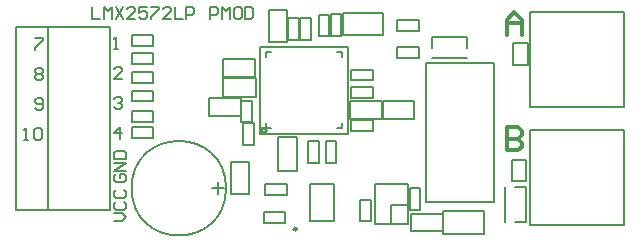
<source format=gto>
G04*
G04 #@! TF.GenerationSoftware,Altium Limited,Altium Designer,21.9.2 (33)*
G04*
G04 Layer_Color=65535*
%FSAX44Y44*%
%MOMM*%
G71*
G04*
G04 #@! TF.SameCoordinates,37C0D4A5-8E60-4C82-868F-7AA08B848B10*
G04*
G04*
G04 #@! TF.FilePolarity,Positive*
G04*
G01*
G75*
%ADD10C,0.2500*%
%ADD11C,0.1270*%
%ADD12C,0.2000*%
%ADD13C,0.1500*%
%ADD14C,0.3000*%
D10*
X00212000Y-00010000D02*
G03*
X00212000Y-00010000I-00002000J00000000D01*
G01*
X00237750Y-00093500D02*
G03*
X00237750Y-00093500I-00001250J00000000D01*
G01*
D11*
X00178000Y-00059000D02*
G03*
X00178000Y-00059000I-00040000J00000000D01*
G01*
X00166000Y-00058502D02*
X00175997D01*
X00170998Y-00053504D02*
Y-00063501D01*
D12*
X00347000Y-00021000D02*
Y00047000D01*
X00405000D01*
Y-00071000D02*
Y00047000D01*
X00347000Y-00071000D02*
X00405000D01*
X00347000D02*
Y-00021000D01*
X00435000Y00010000D02*
X00515000D01*
Y00027500D01*
Y00090000D01*
X00507500D02*
X00515000D01*
X00435000D02*
X00507500D01*
X00435000Y00010000D02*
Y00090000D01*
Y-00090000D02*
Y-00010000D01*
X00507500D01*
X00515000D01*
Y-00072500D02*
Y-00010000D01*
Y-00090000D02*
Y-00072500D01*
X00435000Y-00090000D02*
X00515000D01*
X00212000Y-00008000D02*
X00216250D01*
X00212000D02*
Y-00003750D01*
Y00051750D02*
Y00056000D01*
X00216250D01*
X00271750D02*
X00276000D01*
Y00051750D02*
Y00056000D01*
X00271750Y-00008000D02*
X00276000D01*
Y-00003750D01*
X00266000Y00061000D02*
X00281000D01*
X00207000D02*
X00266000D01*
X00207000Y00051000D02*
Y00061000D01*
Y-00013000D02*
Y00051000D01*
Y-00013000D02*
X00256000D01*
X00281000D01*
Y00061000D01*
X00269000Y-00087000D02*
Y-00055000D01*
X00249000Y-00087000D02*
Y-00055000D01*
Y-00087000D02*
X00269000D01*
X00249000Y-00055000D02*
X00269000D01*
X00433250Y00045500D02*
Y00064000D01*
X00420750D02*
X00433250D01*
X00420750Y00045500D02*
Y00064000D01*
Y00045500D02*
X00433250D01*
X00423000Y-00088000D02*
X00432000D01*
Y-00058000D01*
X00423000D02*
X00432000D01*
X00414000Y-00088000D02*
Y-00058000D01*
X00382000Y00060000D02*
Y00069000D01*
X00352000D02*
X00382000D01*
X00352000Y00060000D02*
Y00069000D01*
Y00051000D02*
X00382000D01*
X00432250Y-00053250D02*
Y-00034750D01*
X00419750D02*
X00432250D01*
X00419750Y-00053250D02*
Y-00034750D01*
Y-00053250D02*
X00432250D01*
X00000520Y00077700D02*
X00027420D01*
X00000520Y-00077700D02*
Y00077700D01*
Y-00077700D02*
X00027420D01*
Y00077700D01*
X00080010D01*
Y-00077700D02*
Y00077700D01*
X00027420Y-00077700D02*
X00080010D01*
X00089485Y00033480D02*
X00082820D01*
X00089485Y00040145D01*
Y00041811D01*
X00087818Y00043477D01*
X00084486D01*
X00082820Y00041811D01*
X00007080Y-00018320D02*
X00010412D01*
X00008746D01*
Y-00008323D01*
X00007080Y-00009989D01*
X00015411D02*
X00017077Y-00008323D01*
X00020409D01*
X00022075Y-00009989D01*
Y-00016654D01*
X00020409Y-00018320D01*
X00017077D01*
X00015411Y-00016654D01*
Y-00009989D01*
X00082820Y00016411D02*
X00084486Y00018077D01*
X00087818D01*
X00089485Y00016411D01*
Y00014744D01*
X00087818Y00013078D01*
X00086152D01*
X00087818D01*
X00089485Y00011412D01*
Y00009746D01*
X00087818Y00008080D01*
X00084486D01*
X00082820Y00009746D01*
X00083003Y-00087000D02*
X00089668D01*
X00093000Y-00083668D01*
X00089668Y-00080336D01*
X00083003D01*
X00084669Y-00070339D02*
X00083003Y-00072005D01*
Y-00075337D01*
X00084669Y-00077003D01*
X00091334D01*
X00093000Y-00075337D01*
Y-00072005D01*
X00091334Y-00070339D01*
X00084669Y-00060342D02*
X00083003Y-00062008D01*
Y-00065340D01*
X00084669Y-00067006D01*
X00091334D01*
X00093000Y-00065340D01*
Y-00062008D01*
X00091334Y-00060342D01*
X00064500Y00094497D02*
Y00084500D01*
X00071164D01*
X00074497D02*
Y00094497D01*
X00077829Y00091165D01*
X00081161Y00094497D01*
Y00084500D01*
X00084494Y00094497D02*
X00091158Y00084500D01*
Y00094497D02*
X00084494Y00084500D01*
X00101155D02*
X00094490D01*
X00101155Y00091165D01*
Y00092831D01*
X00099489Y00094497D01*
X00096157D01*
X00094490Y00092831D01*
X00111152Y00094497D02*
X00104487D01*
Y00089498D01*
X00107819Y00091165D01*
X00109486D01*
X00111152Y00089498D01*
Y00086166D01*
X00109486Y00084500D01*
X00106153D01*
X00104487Y00086166D01*
X00114484Y00094497D02*
X00121148D01*
Y00092831D01*
X00114484Y00086166D01*
Y00084500D01*
X00131145D02*
X00124481D01*
X00131145Y00091165D01*
Y00092831D01*
X00129479Y00094497D01*
X00126147D01*
X00124481Y00092831D01*
X00134478Y00094497D02*
Y00084500D01*
X00141142D01*
X00144474D02*
Y00094497D01*
X00149473D01*
X00151139Y00092831D01*
Y00089498D01*
X00149473Y00087832D01*
X00144474D01*
X00164468Y00084500D02*
Y00094497D01*
X00169466D01*
X00171132Y00092831D01*
Y00089498D01*
X00169466Y00087832D01*
X00164468D01*
X00174465Y00084500D02*
Y00094497D01*
X00177797Y00091165D01*
X00181129Y00094497D01*
Y00084500D01*
X00189460Y00094497D02*
X00186127D01*
X00184461Y00092831D01*
Y00086166D01*
X00186127Y00084500D01*
X00189460D01*
X00191126Y00086166D01*
Y00092831D01*
X00189460Y00094497D01*
X00194458D02*
Y00084500D01*
X00199457D01*
X00201123Y00086166D01*
Y00092831D01*
X00199457Y00094497D01*
X00194458D01*
X00087818Y-00017320D02*
Y-00007323D01*
X00082820Y-00012322D01*
X00089485D01*
X00015970Y00008746D02*
X00017636Y00007080D01*
X00020968D01*
X00022634Y00008746D01*
Y00015411D01*
X00020968Y00017077D01*
X00017636D01*
X00015970Y00015411D01*
Y00013744D01*
X00017636Y00012078D01*
X00022634D01*
X00082820Y00058880D02*
X00086152D01*
X00084486D01*
Y00068877D01*
X00082820Y00067211D01*
X00084669Y-00047336D02*
X00083003Y-00049002D01*
Y-00052334D01*
X00084669Y-00054000D01*
X00091334D01*
X00093000Y-00052334D01*
Y-00049002D01*
X00091334Y-00047336D01*
X00088002D01*
Y-00050668D01*
X00093000Y-00044003D02*
X00083003D01*
X00093000Y-00037339D01*
X00083003D01*
Y-00034006D02*
X00093000D01*
Y-00029008D01*
X00091334Y-00027342D01*
X00084669D01*
X00083003Y-00029008D01*
Y-00034006D01*
X00015970Y00040811D02*
X00017636Y00042477D01*
X00020968D01*
X00022634Y00040811D01*
Y00039144D01*
X00020968Y00037478D01*
X00022634Y00035812D01*
Y00034146D01*
X00020968Y00032480D01*
X00017636D01*
X00015970Y00034146D01*
Y00035812D01*
X00017636Y00037478D01*
X00015970Y00039144D01*
Y00040811D01*
X00017636Y00037478D02*
X00020968D01*
X00015970Y00067877D02*
X00022634D01*
Y00066211D01*
X00015970Y00059546D01*
Y00057880D01*
D13*
X00175500Y00035500D02*
Y00050500D01*
X00202500Y00035500D02*
Y00050500D01*
X00175500D02*
X00202500D01*
X00175500Y00035500D02*
X00202500D01*
X00214500Y00091500D02*
X00229500D01*
X00214500Y00064500D02*
X00229500D01*
Y00091500D01*
X00214500Y00064500D02*
Y00091500D01*
X00163500Y00002500D02*
Y00017500D01*
X00190500Y00002500D02*
Y00017500D01*
X00163500D02*
X00190500D01*
X00163500Y00002500D02*
X00190500D01*
X00334500Y-00095500D02*
Y-00080500D01*
X00361500Y-00095500D02*
Y-00080500D01*
X00334500D02*
X00361500D01*
X00334500Y-00095500D02*
X00361500D01*
X00098000Y00006500D02*
X00116000D01*
X00098000Y-00002500D02*
X00116000D01*
X00098000D02*
Y00006500D01*
X00116000Y-00002500D02*
Y00006500D01*
X00098000Y-00016500D02*
X00116000D01*
X00098000Y-00007500D02*
X00116000D01*
Y-00016500D02*
Y-00007500D01*
X00098000Y-00016500D02*
Y-00007500D01*
X00098000Y00023500D02*
X00116000D01*
X00098000Y00014500D02*
X00116000D01*
X00098000D02*
Y00023500D01*
X00116000Y00014500D02*
Y00023500D01*
X00098000Y00030500D02*
X00116000D01*
X00098000Y00039500D02*
X00116000D01*
Y00030500D02*
Y00039500D01*
X00098000Y00030500D02*
Y00039500D01*
X00098000Y00055500D02*
X00116000D01*
X00098000Y00046500D02*
X00116000D01*
X00098000D02*
Y00055500D01*
X00116000Y00046500D02*
Y00055500D01*
X00098000Y00061500D02*
X00116000D01*
X00098000Y00070500D02*
X00116000D01*
Y00061500D02*
Y00070500D01*
X00098000Y00061500D02*
Y00070500D01*
X00291500Y-00087000D02*
Y-00069000D01*
X00300500Y-00087000D02*
Y-00069000D01*
X00291500Y-00087000D02*
X00300500D01*
X00291500Y-00069000D02*
X00300500D01*
X00210750Y-00055500D02*
X00229250D01*
X00210750Y-00064500D02*
X00229250D01*
X00210750D02*
Y-00055500D01*
X00229250Y-00064500D02*
Y-00055500D01*
X00322750Y00051500D02*
X00341250D01*
X00322750Y00060500D02*
X00341250D01*
Y00051500D02*
Y00060500D01*
X00322750Y00051500D02*
Y00060500D01*
X00209750Y-00079500D02*
X00228250D01*
X00209750Y-00088500D02*
X00228250D01*
X00209750D02*
Y-00079500D01*
X00228250Y-00088500D02*
Y-00079500D01*
X00322750Y00074500D02*
X00341250D01*
X00322750Y00083500D02*
X00341250D01*
Y00074500D02*
Y00083500D01*
X00322750Y00074500D02*
Y00083500D01*
X00284000Y00032500D02*
X00302000D01*
X00284000Y00041500D02*
X00302000D01*
Y00032500D02*
Y00041500D01*
X00284000Y00032500D02*
Y00041500D01*
X00265500Y00070000D02*
Y00088000D01*
X00256500Y00070000D02*
Y00088000D01*
X00265500D01*
X00256500Y00070000D02*
X00265500D01*
X00362000Y-00097500D02*
Y-00078500D01*
X00396000Y-00097500D02*
Y-00078500D01*
X00362000D02*
X00396000D01*
X00362000Y-00097500D02*
X00396000D01*
X00318000Y-00073000D02*
X00332000D01*
X00318000Y-00089000D02*
Y-00073000D01*
X00304000Y-00089000D02*
X00332000D01*
X00304000D02*
Y-00055000D01*
X00332000D01*
Y-00089000D02*
Y-00055000D01*
X00333500Y-00077250D02*
Y-00058750D01*
X00342500Y-00077250D02*
Y-00058750D01*
X00333500Y-00077250D02*
X00342500D01*
X00333500Y-00058750D02*
X00342500D01*
X00283250Y-00000500D02*
Y00014500D01*
X00310250Y-00000500D02*
Y00014500D01*
X00283250D02*
X00310250D01*
X00283250Y-00000500D02*
X00310250D01*
X00310500Y00014500D02*
X00337500D01*
X00310500Y-00000500D02*
X00337500D01*
X00310500D02*
Y00014500D01*
X00337500Y-00000500D02*
Y00014500D01*
X00182500Y-00063500D02*
Y-00036500D01*
X00197500Y-00063500D02*
Y-00036500D01*
X00182500Y-00063500D02*
X00197500D01*
X00182500Y-00036500D02*
X00197500D01*
X00240500Y00066250D02*
Y00084750D01*
X00249500Y00066250D02*
Y00084750D01*
X00240500Y00066250D02*
X00249500D01*
X00240500Y00084750D02*
X00249500D01*
X00283750Y-00001500D02*
X00302250D01*
X00283750Y-00010500D02*
X00302250D01*
X00283750D02*
Y-00001500D01*
X00302250Y-00010500D02*
Y-00001500D01*
X00283750Y00026500D02*
X00302250D01*
X00283750Y00017500D02*
X00302250D01*
X00283750D02*
Y00026500D01*
X00302250Y00017500D02*
Y00026500D01*
X00256500Y-00037250D02*
Y-00018750D01*
X00247500Y-00037250D02*
Y-00018750D01*
X00256500D01*
X00247500Y-00037250D02*
X00256500D01*
X00175000Y00018000D02*
Y00034000D01*
X00203000Y00018000D02*
Y00034000D01*
X00175000D02*
X00203000D01*
X00175000Y00018000D02*
X00203000D01*
X00311000Y00070500D02*
Y00089500D01*
X00277000Y00070500D02*
Y00089500D01*
Y00070500D02*
X00311000D01*
X00277000Y00089500D02*
X00311000D01*
X00266500Y00069750D02*
Y00088250D01*
X00275500Y00069750D02*
Y00088250D01*
X00266500Y00069750D02*
X00275500D01*
X00266500Y00088250D02*
X00275500D01*
X00200000Y-00003250D02*
Y00015250D01*
X00191000Y-00003250D02*
Y00015250D01*
X00200000D01*
X00191000Y-00003250D02*
X00200000D01*
X00230500Y00066250D02*
Y00084750D01*
X00239500Y00066250D02*
Y00084750D01*
X00230500Y00066250D02*
X00239500D01*
X00230500Y00084750D02*
X00239500D01*
X00222000Y-00044000D02*
X00238000D01*
X00222000Y-00016000D02*
X00238000D01*
X00222000Y-00044000D02*
Y-00016000D01*
X00238000Y-00044000D02*
Y-00016000D01*
X00201500Y-00022250D02*
Y-00003750D01*
X00192500Y-00022250D02*
Y-00003750D01*
X00201500D01*
X00192500Y-00022250D02*
X00201500D01*
X00271500Y-00037250D02*
Y-00018750D01*
X00262500Y-00037250D02*
Y-00018750D01*
X00271500D01*
X00262500Y-00037250D02*
X00271500D01*
D14*
X00415500Y00070500D02*
Y00083829D01*
X00422164Y00090493D01*
X00428829Y00083829D01*
Y00070500D01*
Y00080497D01*
X00415500D01*
Y-00007006D02*
Y-00027000D01*
X00425497D01*
X00428829Y-00023668D01*
Y-00020336D01*
X00425497Y-00017003D01*
X00415500D01*
X00425497D01*
X00428829Y-00013671D01*
Y-00010339D01*
X00425497Y-00007006D01*
X00415500D01*
M02*

</source>
